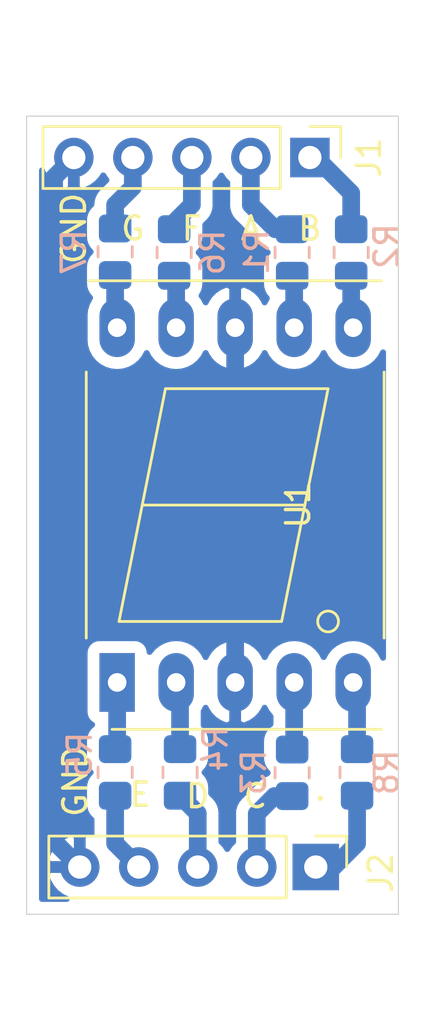
<source format=kicad_pcb>
(kicad_pcb (version 20171130) (host pcbnew 5.99.0+really5.1.10+dfsg1-1)

  (general
    (thickness 1.6)
    (drawings 15)
    (tracks 47)
    (zones 0)
    (modules 11)
    (nets 18)
  )

  (page A4)
  (layers
    (0 F.Cu signal)
    (31 B.Cu signal)
    (32 B.Adhes user)
    (33 F.Adhes user)
    (34 B.Paste user)
    (35 F.Paste user)
    (36 B.SilkS user)
    (37 F.SilkS user)
    (38 B.Mask user)
    (39 F.Mask user)
    (40 Dwgs.User user)
    (41 Cmts.User user)
    (42 Eco1.User user)
    (43 Eco2.User user)
    (44 Edge.Cuts user)
    (45 Margin user)
    (46 B.CrtYd user)
    (47 F.CrtYd user)
    (48 B.Fab user)
    (49 F.Fab user)
  )

  (setup
    (last_trace_width 0.762)
    (trace_clearance 0.508)
    (zone_clearance 0.508)
    (zone_45_only no)
    (trace_min 0.2)
    (via_size 1.8)
    (via_drill 0.6)
    (via_min_size 0.4)
    (via_min_drill 0.3)
    (uvia_size 1.8)
    (uvia_drill 0.6)
    (uvias_allowed no)
    (uvia_min_size 0.2)
    (uvia_min_drill 0.1)
    (edge_width 0.05)
    (segment_width 0.2)
    (pcb_text_width 0.3)
    (pcb_text_size 1.5 1.5)
    (mod_edge_width 0.12)
    (mod_text_size 1 1)
    (mod_text_width 0.15)
    (pad_size 2 2)
    (pad_drill 1)
    (pad_to_mask_clearance 0)
    (aux_axis_origin 0 0)
    (visible_elements FFFFFF7F)
    (pcbplotparams
      (layerselection 0x010fc_ffffffff)
      (usegerberextensions false)
      (usegerberattributes true)
      (usegerberadvancedattributes true)
      (creategerberjobfile true)
      (excludeedgelayer true)
      (linewidth 0.100000)
      (plotframeref false)
      (viasonmask false)
      (mode 1)
      (useauxorigin false)
      (hpglpennumber 1)
      (hpglpenspeed 20)
      (hpglpendiameter 15.000000)
      (psnegative false)
      (psa4output false)
      (plotreference true)
      (plotvalue true)
      (plotinvisibletext false)
      (padsonsilk false)
      (subtractmaskfromsilk false)
      (outputformat 1)
      (mirror false)
      (drillshape 1)
      (scaleselection 1)
      (outputdirectory ""))
  )

  (net 0 "")
  (net 1 GND)
  (net 2 "Net-(R1-Pad1)")
  (net 3 "Net-(R2-Pad1)")
  (net 4 "Net-(R3-Pad1)")
  (net 5 "Net-(R4-Pad1)")
  (net 6 "Net-(R5-Pad1)")
  (net 7 "Net-(R6-Pad1)")
  (net 8 "Net-(R7-Pad1)")
  (net 9 "Net-(R8-Pad1)")
  (net 10 G)
  (net 11 F)
  (net 12 B)
  (net 13 A)
  (net 14 E)
  (net 15 D)
  (net 16 C)
  (net 17 DP)

  (net_class Default "This is the default net class."
    (clearance 0.508)
    (trace_width 0.762)
    (via_dia 1.8)
    (via_drill 0.6)
    (uvia_dia 1.8)
    (uvia_drill 0.6)
    (add_net A)
    (add_net B)
    (add_net C)
    (add_net D)
    (add_net DP)
    (add_net E)
    (add_net F)
    (add_net G)
    (add_net GND)
    (add_net "Net-(R1-Pad1)")
    (add_net "Net-(R2-Pad1)")
    (add_net "Net-(R3-Pad1)")
    (add_net "Net-(R4-Pad1)")
    (add_net "Net-(R5-Pad1)")
    (add_net "Net-(R6-Pad1)")
    (add_net "Net-(R7-Pad1)")
    (add_net "Net-(R8-Pad1)")
  )

  (module Display_7Segment:7SegmentLED_LTS6760_LTS6780 (layer F.Cu) (tedit 5D86971C) (tstamp 626C491C)
    (at 114.894 77.414 90)
    (descr "7-Segment Display, LTS67x0, http://optoelectronics.liteon.com/upload/download/DS30-2001-355/S6760jd.pdf")
    (tags "7Segment LED LTS6760 LTS6780")
    (path /626C855C)
    (fp_text reference U1 (at 7.62 7.788 90) (layer F.SilkS)
      (effects (font (size 1 1) (thickness 0.15)))
    )
    (fp_text value KCSC02-123 (at 7.62 12.58 90) (layer F.Fab)
      (effects (font (size 1 1) (thickness 0.15)))
    )
    (fp_line (start 1.905 -1.33) (end 13.335 -1.33) (layer F.SilkS) (width 0.12))
    (fp_line (start 1.905 11.49) (end 13.335 11.49) (layer F.SilkS) (width 0.12))
    (fp_line (start -2.015 -0.22) (end -2.015 11.38) (layer F.SilkS) (width 0.12))
    (fp_line (start 17.255 11.38) (end 17.255 -1.22) (layer F.SilkS) (width 0.12))
    (fp_line (start -2.16 -1.47) (end -2.16 11.63) (layer F.CrtYd) (width 0.05))
    (fp_line (start 17.4 -1.47) (end 17.4 11.63) (layer F.CrtYd) (width 0.05))
    (fp_line (start -2.16 -1.47) (end 17.4 -1.47) (layer F.CrtYd) (width 0.05))
    (fp_line (start -2.16 11.63) (end 17.4 11.63) (layer F.CrtYd) (width 0.05))
    (fp_line (start -0.905 -1.22) (end -1.905 -0.22) (layer F.Fab) (width 0.1))
    (fp_line (start 17.145 11.38) (end 17.145 -1.22) (layer F.Fab) (width 0.1))
    (fp_line (start -1.905 -0.22) (end -1.905 11.38) (layer F.Fab) (width 0.1))
    (fp_line (start -1.905 11.38) (end 17.145 11.38) (layer F.Fab) (width 0.1))
    (fp_line (start 12.62 2.08) (end 7.62 1.08) (layer F.SilkS) (width 0.12))
    (fp_line (start 7.62 1.08) (end 2.62 0.08) (layer F.SilkS) (width 0.12))
    (fp_line (start 2.62 0.08) (end 2.62 7.08) (layer F.SilkS) (width 0.12))
    (fp_line (start 2.62 7.08) (end 7.62 8.08) (layer F.SilkS) (width 0.12))
    (fp_line (start 12.62 9.08) (end 7.62 8.08) (layer F.SilkS) (width 0.12))
    (fp_line (start 7.62 8.08) (end 7.62 1.08) (layer F.SilkS) (width 0.12))
    (fp_line (start 12.62 2.08) (end 12.62 9.08) (layer F.SilkS) (width 0.12))
    (fp_circle (center 2.62 9.08) (end 3.067214 9.08) (layer F.SilkS) (width 0.12))
    (fp_line (start -0.905 -1.22) (end 17.145 -1.22) (layer F.Fab) (width 0.1))
    (fp_text user %R (at 7.87 5.08 90) (layer F.Fab)
      (effects (font (size 1 1) (thickness 0.15)))
    )
    (pad 1 thru_hole rect (at 0 0) (size 1.524 2.524) (drill 0.8) (layers *.Cu *.Mask)
      (net 6 "Net-(R5-Pad1)"))
    (pad 2 thru_hole oval (at 0 2.54) (size 1.524 2.524) (drill 0.8) (layers *.Cu *.Mask)
      (net 5 "Net-(R4-Pad1)"))
    (pad 3 thru_hole oval (at 0 5.08) (size 1.524 2.524) (drill 0.8) (layers *.Cu *.Mask)
      (net 1 GND))
    (pad 4 thru_hole oval (at 0 7.62) (size 1.524 2.524) (drill 0.8) (layers *.Cu *.Mask)
      (net 4 "Net-(R3-Pad1)"))
    (pad 5 thru_hole oval (at 0 10.16) (size 1.524 2.524) (drill 0.8) (layers *.Cu *.Mask)
      (net 9 "Net-(R8-Pad1)"))
    (pad 6 thru_hole oval (at 15.24 10.16) (size 1.524 2.524) (drill 0.8) (layers *.Cu *.Mask)
      (net 3 "Net-(R2-Pad1)"))
    (pad 7 thru_hole oval (at 15.24 7.62) (size 1.524 2.524) (drill 0.8) (layers *.Cu *.Mask)
      (net 2 "Net-(R1-Pad1)"))
    (pad 8 thru_hole oval (at 15.24 5.08) (size 1.524 2.524) (drill 0.8) (layers *.Cu *.Mask)
      (net 1 GND))
    (pad 9 thru_hole oval (at 15.24 2.54) (size 1.524 2.524) (drill 0.8) (layers *.Cu *.Mask)
      (net 7 "Net-(R6-Pad1)"))
    (pad 10 thru_hole oval (at 15.24 0) (size 1.524 2.524) (drill 0.8) (layers *.Cu *.Mask)
      (net 8 "Net-(R7-Pad1)"))
    (model ${KISYS3DMOD}/Display_7Segment.3dshapes/7SegmentLED_LTS6760_LTS6780.wrl
      (at (xyz 0 0 0))
      (scale (xyz 1 1 1))
      (rotate (xyz 0 0 0))
    )
  )

  (module Resistor_SMD:R_0805_2012Metric_Pad1.20x1.40mm_HandSolder (layer B.Cu) (tedit 5F68FEEE) (tstamp 626C48F8)
    (at 125.222 81.28 270)
    (descr "Resistor SMD 0805 (2012 Metric), square (rectangular) end terminal, IPC_7351 nominal with elongated pad for handsoldering. (Body size source: IPC-SM-782 page 72, https://www.pcb-3d.com/wordpress/wp-content/uploads/ipc-sm-782a_amendment_1_and_2.pdf), generated with kicad-footprint-generator")
    (tags "resistor handsolder")
    (path /626D4188)
    (attr smd)
    (fp_text reference R8 (at 0 -1.27 90) (layer B.SilkS)
      (effects (font (size 1 1) (thickness 0.15)) (justify mirror))
    )
    (fp_text value 330 (at 0 -1.65 90) (layer B.Fab)
      (effects (font (size 1 1) (thickness 0.15)) (justify mirror))
    )
    (fp_line (start 1.85 -0.95) (end -1.85 -0.95) (layer B.CrtYd) (width 0.05))
    (fp_line (start 1.85 0.95) (end 1.85 -0.95) (layer B.CrtYd) (width 0.05))
    (fp_line (start -1.85 0.95) (end 1.85 0.95) (layer B.CrtYd) (width 0.05))
    (fp_line (start -1.85 -0.95) (end -1.85 0.95) (layer B.CrtYd) (width 0.05))
    (fp_line (start -0.227064 -0.735) (end 0.227064 -0.735) (layer B.SilkS) (width 0.12))
    (fp_line (start -0.227064 0.735) (end 0.227064 0.735) (layer B.SilkS) (width 0.12))
    (fp_line (start 1 -0.625) (end -1 -0.625) (layer B.Fab) (width 0.1))
    (fp_line (start 1 0.625) (end 1 -0.625) (layer B.Fab) (width 0.1))
    (fp_line (start -1 0.625) (end 1 0.625) (layer B.Fab) (width 0.1))
    (fp_line (start -1 -0.625) (end -1 0.625) (layer B.Fab) (width 0.1))
    (fp_text user %R (at 0 0 90) (layer B.Fab)
      (effects (font (size 0.5 0.5) (thickness 0.08)) (justify mirror))
    )
    (pad 2 smd roundrect (at 1 0 270) (size 1.2 1.4) (layers B.Cu B.Paste B.Mask) (roundrect_rratio 0.208333)
      (net 17 DP))
    (pad 1 smd roundrect (at -1 0 270) (size 1.2 1.4) (layers B.Cu B.Paste B.Mask) (roundrect_rratio 0.208333)
      (net 9 "Net-(R8-Pad1)"))
    (model ${KISYS3DMOD}/Resistor_SMD.3dshapes/R_0805_2012Metric.wrl
      (at (xyz 0 0 0))
      (scale (xyz 1 1 1))
      (rotate (xyz 0 0 0))
    )
  )

  (module Resistor_SMD:R_0805_2012Metric_Pad1.20x1.40mm_HandSolder (layer B.Cu) (tedit 5F68FEEE) (tstamp 626C48E7)
    (at 114.808 58.912 90)
    (descr "Resistor SMD 0805 (2012 Metric), square (rectangular) end terminal, IPC_7351 nominal with elongated pad for handsoldering. (Body size source: IPC-SM-782 page 72, https://www.pcb-3d.com/wordpress/wp-content/uploads/ipc-sm-782a_amendment_1_and_2.pdf), generated with kicad-footprint-generator")
    (tags "resistor handsolder")
    (path /626D3EC1)
    (attr smd)
    (fp_text reference R7 (at -0.016 -1.778 90) (layer B.SilkS)
      (effects (font (size 1 1) (thickness 0.15)) (justify mirror))
    )
    (fp_text value 330 (at 0 -1.65 90) (layer B.Fab)
      (effects (font (size 1 1) (thickness 0.15)) (justify mirror))
    )
    (fp_line (start 1.85 -0.95) (end -1.85 -0.95) (layer B.CrtYd) (width 0.05))
    (fp_line (start 1.85 0.95) (end 1.85 -0.95) (layer B.CrtYd) (width 0.05))
    (fp_line (start -1.85 0.95) (end 1.85 0.95) (layer B.CrtYd) (width 0.05))
    (fp_line (start -1.85 -0.95) (end -1.85 0.95) (layer B.CrtYd) (width 0.05))
    (fp_line (start -0.227064 -0.735) (end 0.227064 -0.735) (layer B.SilkS) (width 0.12))
    (fp_line (start -0.227064 0.735) (end 0.227064 0.735) (layer B.SilkS) (width 0.12))
    (fp_line (start 1 -0.625) (end -1 -0.625) (layer B.Fab) (width 0.1))
    (fp_line (start 1 0.625) (end 1 -0.625) (layer B.Fab) (width 0.1))
    (fp_line (start -1 0.625) (end 1 0.625) (layer B.Fab) (width 0.1))
    (fp_line (start -1 -0.625) (end -1 0.625) (layer B.Fab) (width 0.1))
    (fp_text user %R (at 0 0 90) (layer B.Fab)
      (effects (font (size 0.5 0.5) (thickness 0.08)) (justify mirror))
    )
    (pad 2 smd roundrect (at 1 0 90) (size 1.2 1.4) (layers B.Cu B.Paste B.Mask) (roundrect_rratio 0.208333)
      (net 10 G))
    (pad 1 smd roundrect (at -1 0 90) (size 1.2 1.4) (layers B.Cu B.Paste B.Mask) (roundrect_rratio 0.208333)
      (net 8 "Net-(R7-Pad1)"))
    (model ${KISYS3DMOD}/Resistor_SMD.3dshapes/R_0805_2012Metric.wrl
      (at (xyz 0 0 0))
      (scale (xyz 1 1 1))
      (rotate (xyz 0 0 0))
    )
  )

  (module Resistor_SMD:R_0805_2012Metric_Pad1.20x1.40mm_HandSolder (layer B.Cu) (tedit 5F68FEEE) (tstamp 626C48D6)
    (at 117.348 58.944 90)
    (descr "Resistor SMD 0805 (2012 Metric), square (rectangular) end terminal, IPC_7351 nominal with elongated pad for handsoldering. (Body size source: IPC-SM-782 page 72, https://www.pcb-3d.com/wordpress/wp-content/uploads/ipc-sm-782a_amendment_1_and_2.pdf), generated with kicad-footprint-generator")
    (tags "resistor handsolder")
    (path /626D3C27)
    (attr smd)
    (fp_text reference R6 (at 0 1.65 90) (layer B.SilkS)
      (effects (font (size 1 1) (thickness 0.15)) (justify mirror))
    )
    (fp_text value 330 (at 0 -1.65 90) (layer B.Fab)
      (effects (font (size 1 1) (thickness 0.15)) (justify mirror))
    )
    (fp_line (start 1.85 -0.95) (end -1.85 -0.95) (layer B.CrtYd) (width 0.05))
    (fp_line (start 1.85 0.95) (end 1.85 -0.95) (layer B.CrtYd) (width 0.05))
    (fp_line (start -1.85 0.95) (end 1.85 0.95) (layer B.CrtYd) (width 0.05))
    (fp_line (start -1.85 -0.95) (end -1.85 0.95) (layer B.CrtYd) (width 0.05))
    (fp_line (start -0.227064 -0.735) (end 0.227064 -0.735) (layer B.SilkS) (width 0.12))
    (fp_line (start -0.227064 0.735) (end 0.227064 0.735) (layer B.SilkS) (width 0.12))
    (fp_line (start 1 -0.625) (end -1 -0.625) (layer B.Fab) (width 0.1))
    (fp_line (start 1 0.625) (end 1 -0.625) (layer B.Fab) (width 0.1))
    (fp_line (start -1 0.625) (end 1 0.625) (layer B.Fab) (width 0.1))
    (fp_line (start -1 -0.625) (end -1 0.625) (layer B.Fab) (width 0.1))
    (fp_text user %R (at 0 0 90) (layer B.Fab)
      (effects (font (size 0.5 0.5) (thickness 0.08)) (justify mirror))
    )
    (pad 2 smd roundrect (at 1 0 90) (size 1.2 1.4) (layers B.Cu B.Paste B.Mask) (roundrect_rratio 0.208333)
      (net 11 F))
    (pad 1 smd roundrect (at -1 0 90) (size 1.2 1.4) (layers B.Cu B.Paste B.Mask) (roundrect_rratio 0.208333)
      (net 7 "Net-(R6-Pad1)"))
    (model ${KISYS3DMOD}/Resistor_SMD.3dshapes/R_0805_2012Metric.wrl
      (at (xyz 0 0 0))
      (scale (xyz 1 1 1))
      (rotate (xyz 0 0 0))
    )
  )

  (module Resistor_SMD:R_0805_2012Metric_Pad1.20x1.40mm_HandSolder (layer B.Cu) (tedit 5F68FEEE) (tstamp 626C48C5)
    (at 114.808 81.28 270)
    (descr "Resistor SMD 0805 (2012 Metric), square (rectangular) end terminal, IPC_7351 nominal with elongated pad for handsoldering. (Body size source: IPC-SM-782 page 72, https://www.pcb-3d.com/wordpress/wp-content/uploads/ipc-sm-782a_amendment_1_and_2.pdf), generated with kicad-footprint-generator")
    (tags "resistor handsolder")
    (path /626D3932)
    (attr smd)
    (fp_text reference R5 (at -0.762 1.524 90) (layer B.SilkS)
      (effects (font (size 1 1) (thickness 0.15)) (justify mirror))
    )
    (fp_text value 330 (at 0 -1.65 90) (layer B.Fab)
      (effects (font (size 1 1) (thickness 0.15)) (justify mirror))
    )
    (fp_line (start 1.85 -0.95) (end -1.85 -0.95) (layer B.CrtYd) (width 0.05))
    (fp_line (start 1.85 0.95) (end 1.85 -0.95) (layer B.CrtYd) (width 0.05))
    (fp_line (start -1.85 0.95) (end 1.85 0.95) (layer B.CrtYd) (width 0.05))
    (fp_line (start -1.85 -0.95) (end -1.85 0.95) (layer B.CrtYd) (width 0.05))
    (fp_line (start -0.227064 -0.735) (end 0.227064 -0.735) (layer B.SilkS) (width 0.12))
    (fp_line (start -0.227064 0.735) (end 0.227064 0.735) (layer B.SilkS) (width 0.12))
    (fp_line (start 1 -0.625) (end -1 -0.625) (layer B.Fab) (width 0.1))
    (fp_line (start 1 0.625) (end 1 -0.625) (layer B.Fab) (width 0.1))
    (fp_line (start -1 0.625) (end 1 0.625) (layer B.Fab) (width 0.1))
    (fp_line (start -1 -0.625) (end -1 0.625) (layer B.Fab) (width 0.1))
    (fp_text user %R (at 0 0 90) (layer B.Fab)
      (effects (font (size 0.5 0.5) (thickness 0.08)) (justify mirror))
    )
    (pad 2 smd roundrect (at 1 0 270) (size 1.2 1.4) (layers B.Cu B.Paste B.Mask) (roundrect_rratio 0.208333)
      (net 14 E))
    (pad 1 smd roundrect (at -1 0 270) (size 1.2 1.4) (layers B.Cu B.Paste B.Mask) (roundrect_rratio 0.208333)
      (net 6 "Net-(R5-Pad1)"))
    (model ${KISYS3DMOD}/Resistor_SMD.3dshapes/R_0805_2012Metric.wrl
      (at (xyz 0 0 0))
      (scale (xyz 1 1 1))
      (rotate (xyz 0 0 0))
    )
  )

  (module Resistor_SMD:R_0805_2012Metric_Pad1.20x1.40mm_HandSolder (layer B.Cu) (tedit 5F68FEEE) (tstamp 626C48B4)
    (at 117.602 81.28 270)
    (descr "Resistor SMD 0805 (2012 Metric), square (rectangular) end terminal, IPC_7351 nominal with elongated pad for handsoldering. (Body size source: IPC-SM-782 page 72, https://www.pcb-3d.com/wordpress/wp-content/uploads/ipc-sm-782a_amendment_1_and_2.pdf), generated with kicad-footprint-generator")
    (tags "resistor handsolder")
    (path /626D36D3)
    (attr smd)
    (fp_text reference R4 (at -1.016 -1.524 90) (layer B.SilkS)
      (effects (font (size 1 1) (thickness 0.15)) (justify mirror))
    )
    (fp_text value 330 (at 0 -1.65 90) (layer B.Fab)
      (effects (font (size 1 1) (thickness 0.15)) (justify mirror))
    )
    (fp_line (start 1.85 -0.95) (end -1.85 -0.95) (layer B.CrtYd) (width 0.05))
    (fp_line (start 1.85 0.95) (end 1.85 -0.95) (layer B.CrtYd) (width 0.05))
    (fp_line (start -1.85 0.95) (end 1.85 0.95) (layer B.CrtYd) (width 0.05))
    (fp_line (start -1.85 -0.95) (end -1.85 0.95) (layer B.CrtYd) (width 0.05))
    (fp_line (start -0.227064 -0.735) (end 0.227064 -0.735) (layer B.SilkS) (width 0.12))
    (fp_line (start -0.227064 0.735) (end 0.227064 0.735) (layer B.SilkS) (width 0.12))
    (fp_line (start 1 -0.625) (end -1 -0.625) (layer B.Fab) (width 0.1))
    (fp_line (start 1 0.625) (end 1 -0.625) (layer B.Fab) (width 0.1))
    (fp_line (start -1 0.625) (end 1 0.625) (layer B.Fab) (width 0.1))
    (fp_line (start -1 -0.625) (end -1 0.625) (layer B.Fab) (width 0.1))
    (fp_text user %R (at 0 0 90) (layer B.Fab)
      (effects (font (size 0.5 0.5) (thickness 0.08)) (justify mirror))
    )
    (pad 2 smd roundrect (at 1 0 270) (size 1.2 1.4) (layers B.Cu B.Paste B.Mask) (roundrect_rratio 0.208333)
      (net 15 D))
    (pad 1 smd roundrect (at -1 0 270) (size 1.2 1.4) (layers B.Cu B.Paste B.Mask) (roundrect_rratio 0.208333)
      (net 5 "Net-(R4-Pad1)"))
    (model ${KISYS3DMOD}/Resistor_SMD.3dshapes/R_0805_2012Metric.wrl
      (at (xyz 0 0 0))
      (scale (xyz 1 1 1))
      (rotate (xyz 0 0 0))
    )
  )

  (module Resistor_SMD:R_0805_2012Metric_Pad1.20x1.40mm_HandSolder (layer B.Cu) (tedit 5F68FEEE) (tstamp 626C48A3)
    (at 122.428 81.296 270)
    (descr "Resistor SMD 0805 (2012 Metric), square (rectangular) end terminal, IPC_7351 nominal with elongated pad for handsoldering. (Body size source: IPC-SM-782 page 72, https://www.pcb-3d.com/wordpress/wp-content/uploads/ipc-sm-782a_amendment_1_and_2.pdf), generated with kicad-footprint-generator")
    (tags "resistor handsolder")
    (path /626D33BF)
    (attr smd)
    (fp_text reference R3 (at -0.016 1.65 90) (layer B.SilkS)
      (effects (font (size 1 1) (thickness 0.15)) (justify mirror))
    )
    (fp_text value 330 (at 0 -1.65 90) (layer B.Fab)
      (effects (font (size 1 1) (thickness 0.15)) (justify mirror))
    )
    (fp_line (start 1.85 -0.95) (end -1.85 -0.95) (layer B.CrtYd) (width 0.05))
    (fp_line (start 1.85 0.95) (end 1.85 -0.95) (layer B.CrtYd) (width 0.05))
    (fp_line (start -1.85 0.95) (end 1.85 0.95) (layer B.CrtYd) (width 0.05))
    (fp_line (start -1.85 -0.95) (end -1.85 0.95) (layer B.CrtYd) (width 0.05))
    (fp_line (start -0.227064 -0.735) (end 0.227064 -0.735) (layer B.SilkS) (width 0.12))
    (fp_line (start -0.227064 0.735) (end 0.227064 0.735) (layer B.SilkS) (width 0.12))
    (fp_line (start 1 -0.625) (end -1 -0.625) (layer B.Fab) (width 0.1))
    (fp_line (start 1 0.625) (end 1 -0.625) (layer B.Fab) (width 0.1))
    (fp_line (start -1 0.625) (end 1 0.625) (layer B.Fab) (width 0.1))
    (fp_line (start -1 -0.625) (end -1 0.625) (layer B.Fab) (width 0.1))
    (fp_text user %R (at 0 0 90) (layer B.Fab)
      (effects (font (size 0.5 0.5) (thickness 0.08)) (justify mirror))
    )
    (pad 2 smd roundrect (at 1 0 270) (size 1.2 1.4) (layers B.Cu B.Paste B.Mask) (roundrect_rratio 0.208333)
      (net 16 C))
    (pad 1 smd roundrect (at -1 0 270) (size 1.2 1.4) (layers B.Cu B.Paste B.Mask) (roundrect_rratio 0.208333)
      (net 4 "Net-(R3-Pad1)"))
    (model ${KISYS3DMOD}/Resistor_SMD.3dshapes/R_0805_2012Metric.wrl
      (at (xyz 0 0 0))
      (scale (xyz 1 1 1))
      (rotate (xyz 0 0 0))
    )
  )

  (module Resistor_SMD:R_0805_2012Metric_Pad1.20x1.40mm_HandSolder (layer B.Cu) (tedit 5F68FEEE) (tstamp 626C4E4C)
    (at 124.968 58.944 90)
    (descr "Resistor SMD 0805 (2012 Metric), square (rectangular) end terminal, IPC_7351 nominal with elongated pad for handsoldering. (Body size source: IPC-SM-782 page 72, https://www.pcb-3d.com/wordpress/wp-content/uploads/ipc-sm-782a_amendment_1_and_2.pdf), generated with kicad-footprint-generator")
    (tags "resistor handsolder")
    (path /626D2FC3)
    (attr smd)
    (fp_text reference R2 (at 0.27 1.524 90) (layer B.SilkS)
      (effects (font (size 1 1) (thickness 0.15)) (justify mirror))
    )
    (fp_text value 330 (at 0 -1.65 90) (layer B.Fab)
      (effects (font (size 1 1) (thickness 0.15)) (justify mirror))
    )
    (fp_line (start 1.85 -0.95) (end -1.85 -0.95) (layer B.CrtYd) (width 0.05))
    (fp_line (start 1.85 0.95) (end 1.85 -0.95) (layer B.CrtYd) (width 0.05))
    (fp_line (start -1.85 0.95) (end 1.85 0.95) (layer B.CrtYd) (width 0.05))
    (fp_line (start -1.85 -0.95) (end -1.85 0.95) (layer B.CrtYd) (width 0.05))
    (fp_line (start -0.227064 -0.735) (end 0.227064 -0.735) (layer B.SilkS) (width 0.12))
    (fp_line (start -0.227064 0.735) (end 0.227064 0.735) (layer B.SilkS) (width 0.12))
    (fp_line (start 1 -0.625) (end -1 -0.625) (layer B.Fab) (width 0.1))
    (fp_line (start 1 0.625) (end 1 -0.625) (layer B.Fab) (width 0.1))
    (fp_line (start -1 0.625) (end 1 0.625) (layer B.Fab) (width 0.1))
    (fp_line (start -1 -0.625) (end -1 0.625) (layer B.Fab) (width 0.1))
    (fp_text user %R (at 0 0 90) (layer B.Fab)
      (effects (font (size 0.5 0.5) (thickness 0.08)) (justify mirror))
    )
    (pad 2 smd roundrect (at 1 0 90) (size 1.2 1.4) (layers B.Cu B.Paste B.Mask) (roundrect_rratio 0.208333)
      (net 12 B))
    (pad 1 smd roundrect (at -1 0 90) (size 1.2 1.4) (layers B.Cu B.Paste B.Mask) (roundrect_rratio 0.208333)
      (net 3 "Net-(R2-Pad1)"))
    (model ${KISYS3DMOD}/Resistor_SMD.3dshapes/R_0805_2012Metric.wrl
      (at (xyz 0 0 0))
      (scale (xyz 1 1 1))
      (rotate (xyz 0 0 0))
    )
  )

  (module Resistor_SMD:R_0805_2012Metric_Pad1.20x1.40mm_HandSolder (layer B.Cu) (tedit 5F68FEEE) (tstamp 626C4881)
    (at 122.428 58.944 90)
    (descr "Resistor SMD 0805 (2012 Metric), square (rectangular) end terminal, IPC_7351 nominal with elongated pad for handsoldering. (Body size source: IPC-SM-782 page 72, https://www.pcb-3d.com/wordpress/wp-content/uploads/ipc-sm-782a_amendment_1_and_2.pdf), generated with kicad-footprint-generator")
    (tags "resistor handsolder")
    (path /626CD3F2)
    (attr smd)
    (fp_text reference R1 (at 0.016 -1.524 90) (layer B.SilkS)
      (effects (font (size 1 1) (thickness 0.15)) (justify mirror))
    )
    (fp_text value 330 (at 0 -1.65 90) (layer B.Fab)
      (effects (font (size 1 1) (thickness 0.15)) (justify mirror))
    )
    (fp_line (start 1.85 -0.95) (end -1.85 -0.95) (layer B.CrtYd) (width 0.05))
    (fp_line (start 1.85 0.95) (end 1.85 -0.95) (layer B.CrtYd) (width 0.05))
    (fp_line (start -1.85 0.95) (end 1.85 0.95) (layer B.CrtYd) (width 0.05))
    (fp_line (start -1.85 -0.95) (end -1.85 0.95) (layer B.CrtYd) (width 0.05))
    (fp_line (start -0.227064 -0.735) (end 0.227064 -0.735) (layer B.SilkS) (width 0.12))
    (fp_line (start -0.227064 0.735) (end 0.227064 0.735) (layer B.SilkS) (width 0.12))
    (fp_line (start 1 -0.625) (end -1 -0.625) (layer B.Fab) (width 0.1))
    (fp_line (start 1 0.625) (end 1 -0.625) (layer B.Fab) (width 0.1))
    (fp_line (start -1 0.625) (end 1 0.625) (layer B.Fab) (width 0.1))
    (fp_line (start -1 -0.625) (end -1 0.625) (layer B.Fab) (width 0.1))
    (fp_text user %R (at 0 0 90) (layer B.Fab)
      (effects (font (size 0.5 0.5) (thickness 0.08)) (justify mirror))
    )
    (pad 2 smd roundrect (at 1 0 90) (size 1.2 1.4) (layers B.Cu B.Paste B.Mask) (roundrect_rratio 0.208333)
      (net 13 A))
    (pad 1 smd roundrect (at -1 0 90) (size 1.2 1.4) (layers B.Cu B.Paste B.Mask) (roundrect_rratio 0.208333)
      (net 2 "Net-(R1-Pad1)"))
    (model ${KISYS3DMOD}/Resistor_SMD.3dshapes/R_0805_2012Metric.wrl
      (at (xyz 0 0 0))
      (scale (xyz 1 1 1))
      (rotate (xyz 0 0 0))
    )
  )

  (module Connector_PinHeader_2.54mm:PinHeader_1x05_P2.54mm_Vertical (layer F.Cu) (tedit 626C2A86) (tstamp 626C4584)
    (at 123.444 85.344 270)
    (descr "Through hole straight pin header, 1x05, 2.54mm pitch, single row")
    (tags "Through hole pin header THT 1x05 2.54mm single row")
    (path /626ED811)
    (fp_text reference J2 (at 0.254 -2.794 90) (layer F.SilkS)
      (effects (font (size 1 1) (thickness 0.15)))
    )
    (fp_text value Conn_01x05_Male (at 0 12.49 90) (layer F.Fab)
      (effects (font (size 1 1) (thickness 0.15)))
    )
    (fp_line (start 1.8 -1.8) (end -1.8 -1.8) (layer F.CrtYd) (width 0.05))
    (fp_line (start 1.8 11.95) (end 1.8 -1.8) (layer F.CrtYd) (width 0.05))
    (fp_line (start -1.8 11.95) (end 1.8 11.95) (layer F.CrtYd) (width 0.05))
    (fp_line (start -1.8 -1.8) (end -1.8 11.95) (layer F.CrtYd) (width 0.05))
    (fp_line (start -1.33 -1.33) (end 0 -1.33) (layer F.SilkS) (width 0.12))
    (fp_line (start -1.33 0) (end -1.33 -1.33) (layer F.SilkS) (width 0.12))
    (fp_line (start -1.33 1.27) (end 1.33 1.27) (layer F.SilkS) (width 0.12))
    (fp_line (start 1.33 1.27) (end 1.33 11.49) (layer F.SilkS) (width 0.12))
    (fp_line (start -1.33 1.27) (end -1.33 11.49) (layer F.SilkS) (width 0.12))
    (fp_line (start -1.33 11.49) (end 1.33 11.49) (layer F.SilkS) (width 0.12))
    (fp_line (start -1.27 -0.635) (end -0.635 -1.27) (layer F.Fab) (width 0.1))
    (fp_line (start -1.27 11.43) (end -1.27 -0.635) (layer F.Fab) (width 0.1))
    (fp_line (start 1.27 11.43) (end -1.27 11.43) (layer F.Fab) (width 0.1))
    (fp_line (start 1.27 -1.27) (end 1.27 11.43) (layer F.Fab) (width 0.1))
    (fp_line (start -0.635 -1.27) (end 1.27 -1.27) (layer F.Fab) (width 0.1))
    (fp_text user %R (at 0 5.08) (layer F.Fab)
      (effects (font (size 1 1) (thickness 0.15)))
    )
    (pad 5 thru_hole oval (at 0 10.16 270) (size 1.7 1.7) (drill 1) (layers *.Cu *.Mask)
      (net 1 GND))
    (pad 4 thru_hole oval (at 0 7.62 270) (size 1.7 1.7) (drill 1) (layers *.Cu *.Mask)
      (net 14 E))
    (pad 3 thru_hole oval (at 0 5.08 270) (size 1.7 1.7) (drill 1) (layers *.Cu *.Mask)
      (net 15 D))
    (pad 2 thru_hole oval (at 0 2.54 270) (size 1.7 1.7) (drill 1) (layers *.Cu *.Mask)
      (net 16 C))
    (pad 1 thru_hole rect (at 0 0 270) (size 2 2) (drill 1) (layers *.Cu *.Mask)
      (net 17 DP))
    (model ${KISYS3DMOD}/Connector_PinHeader_2.54mm.3dshapes/PinHeader_1x05_P2.54mm_Vertical.wrl
      (at (xyz 0 0 0))
      (scale (xyz 1 1 1))
      (rotate (xyz 0 0 0))
    )
  )

  (module Connector_PinHeader_2.54mm:PinHeader_1x05_P2.54mm_Vertical (layer F.Cu) (tedit 59FED5CC) (tstamp 626C456B)
    (at 123.19 54.864 270)
    (descr "Through hole straight pin header, 1x05, 2.54mm pitch, single row")
    (tags "Through hole pin header THT 1x05 2.54mm single row")
    (path /626EB930)
    (fp_text reference J1 (at 0 -2.54 90) (layer F.SilkS)
      (effects (font (size 1 1) (thickness 0.15)))
    )
    (fp_text value Conn_01x05_Male (at 0 12.49 90) (layer F.Fab)
      (effects (font (size 1 1) (thickness 0.15)))
    )
    (fp_line (start 1.8 -1.8) (end -1.8 -1.8) (layer F.CrtYd) (width 0.05))
    (fp_line (start 1.8 11.95) (end 1.8 -1.8) (layer F.CrtYd) (width 0.05))
    (fp_line (start -1.8 11.95) (end 1.8 11.95) (layer F.CrtYd) (width 0.05))
    (fp_line (start -1.8 -1.8) (end -1.8 11.95) (layer F.CrtYd) (width 0.05))
    (fp_line (start -1.33 -1.33) (end 0 -1.33) (layer F.SilkS) (width 0.12))
    (fp_line (start -1.33 0) (end -1.33 -1.33) (layer F.SilkS) (width 0.12))
    (fp_line (start -1.33 1.27) (end 1.33 1.27) (layer F.SilkS) (width 0.12))
    (fp_line (start 1.33 1.27) (end 1.33 11.49) (layer F.SilkS) (width 0.12))
    (fp_line (start -1.33 1.27) (end -1.33 11.49) (layer F.SilkS) (width 0.12))
    (fp_line (start -1.33 11.49) (end 1.33 11.49) (layer F.SilkS) (width 0.12))
    (fp_line (start -1.27 -0.635) (end -0.635 -1.27) (layer F.Fab) (width 0.1))
    (fp_line (start -1.27 11.43) (end -1.27 -0.635) (layer F.Fab) (width 0.1))
    (fp_line (start 1.27 11.43) (end -1.27 11.43) (layer F.Fab) (width 0.1))
    (fp_line (start 1.27 -1.27) (end 1.27 11.43) (layer F.Fab) (width 0.1))
    (fp_line (start -0.635 -1.27) (end 1.27 -1.27) (layer F.Fab) (width 0.1))
    (fp_text user %R (at 0 5.08) (layer F.Fab)
      (effects (font (size 1 1) (thickness 0.15)))
    )
    (pad 5 thru_hole oval (at 0 10.16 270) (size 1.7 1.7) (drill 1) (layers *.Cu *.Mask)
      (net 1 GND))
    (pad 4 thru_hole oval (at 0 7.62 270) (size 1.7 1.7) (drill 1) (layers *.Cu *.Mask)
      (net 10 G))
    (pad 3 thru_hole oval (at 0 5.08 270) (size 1.7 1.7) (drill 1) (layers *.Cu *.Mask)
      (net 11 F))
    (pad 2 thru_hole oval (at 0 2.54 270) (size 1.7 1.7) (drill 1) (layers *.Cu *.Mask)
      (net 13 A))
    (pad 1 thru_hole rect (at 0 0 270) (size 1.7 1.7) (drill 1) (layers *.Cu *.Mask)
      (net 12 B))
    (model ${KISYS3DMOD}/Connector_PinHeader_2.54mm.3dshapes/PinHeader_1x05_P2.54mm_Vertical.wrl
      (at (xyz 0 0 0))
      (scale (xyz 1 1 1))
      (rotate (xyz 0 0 0))
    )
  )

  (gr_text GND (at 113.0935 81.661 90) (layer F.SilkS) (tstamp 626FE912)
    (effects (font (size 1 1) (thickness 0.15)))
  )
  (gr_text E (at 115.8875 82.2325) (layer F.SilkS) (tstamp 626FE912)
    (effects (font (size 1 1) (thickness 0.15)))
  )
  (gr_text D (at 118.364 82.296) (layer F.SilkS) (tstamp 626FE912)
    (effects (font (size 1 1) (thickness 0.15)))
  )
  (gr_text C (at 120.8405 82.296) (layer F.SilkS) (tstamp 626FE912)
    (effects (font (size 1 1) (thickness 0.15)))
  )
  (gr_text . (at 123.6345 81.9785) (layer F.SilkS) (tstamp 626FE912)
    (effects (font (size 1 1) (thickness 0.15)))
  )
  (gr_text GND (at 113.03 57.912 90) (layer F.SilkS) (tstamp 626FE912)
    (effects (font (size 1 1) (thickness 0.15)))
  )
  (gr_text G (at 115.57 57.912) (layer F.SilkS) (tstamp 626FE912)
    (effects (font (size 1 1) (thickness 0.15)))
  )
  (gr_text F (at 118.11 57.912) (layer F.SilkS) (tstamp 626FE912)
    (effects (font (size 1 1) (thickness 0.15)))
  )
  (gr_text B (at 123.19 57.912) (layer F.SilkS) (tstamp 626FE912)
    (effects (font (size 1 1) (thickness 0.15)))
  )
  (gr_line (start 111.252 87.376) (end 110.998 87.376) (layer Edge.Cuts) (width 0.05) (tstamp 626FE818))
  (gr_line (start 110.998 53.086) (end 110.998 87.376) (layer Edge.Cuts) (width 0.05) (tstamp 626FE817))
  (gr_line (start 127 53.086) (end 110.998 53.086) (layer Edge.Cuts) (width 0.05))
  (gr_line (start 127 87.376) (end 127 53.086) (layer Edge.Cuts) (width 0.05))
  (gr_line (start 111.252 87.376) (end 127 87.376) (layer Edge.Cuts) (width 0.05))
  (gr_text A (at 120.65 57.912) (layer F.SilkS)
    (effects (font (size 1 1) (thickness 0.15)))
  )

  (segment (start 119.974 69.764) (end 112.182 69.764) (width 0.762) (layer B.Cu) (net 1))
  (segment (start 119.974 77.414) (end 119.974 69.764) (width 0.762) (layer B.Cu) (net 1))
  (segment (start 119.974 69.764) (end 119.974 62.174) (width 0.762) (layer B.Cu) (net 1))
  (segment (start 112.182 84.242) (end 112.182 69.764) (width 0.762) (layer B.Cu) (net 1))
  (segment (start 113.284 85.344) (end 112.182 84.242) (width 0.762) (layer B.Cu) (net 1))
  (segment (start 112.182 55.712) (end 113.03 54.864) (width 0.762) (layer B.Cu) (net 1))
  (segment (start 112.182 69.764) (end 112.182 55.712) (width 0.762) (layer B.Cu) (net 1))
  (segment (start 122.514 60.03) (end 122.428 59.944) (width 0.762) (layer B.Cu) (net 2))
  (segment (start 122.514 62.174) (end 122.514 60.03) (width 0.762) (layer B.Cu) (net 2))
  (segment (start 124.968 62.088) (end 125.054 62.174) (width 0.762) (layer B.Cu) (net 3))
  (segment (start 124.968 59.944) (end 124.968 62.088) (width 0.762) (layer B.Cu) (net 3))
  (segment (start 122.514 80.21) (end 122.428 80.296) (width 0.762) (layer B.Cu) (net 4))
  (segment (start 122.514 77.414) (end 122.514 80.21) (width 0.762) (layer B.Cu) (net 4))
  (segment (start 117.602 77.582) (end 117.434 77.414) (width 0.762) (layer B.Cu) (net 5))
  (segment (start 117.602 80.28) (end 117.602 77.582) (width 0.762) (layer B.Cu) (net 5))
  (segment (start 114.894 80.194) (end 114.808 80.28) (width 0.762) (layer B.Cu) (net 6))
  (segment (start 114.894 77.414) (end 114.894 80.194) (width 0.762) (layer B.Cu) (net 6))
  (segment (start 117.348 62.088) (end 117.434 62.174) (width 0.762) (layer B.Cu) (net 7))
  (segment (start 117.434 60.03) (end 117.348 59.944) (width 0.762) (layer B.Cu) (net 7))
  (segment (start 117.434 62.174) (end 117.434 60.03) (width 0.762) (layer B.Cu) (net 7))
  (segment (start 114.894 59.998) (end 114.808 59.912) (width 0.762) (layer B.Cu) (net 8))
  (segment (start 114.808 62.088) (end 114.894 62.174) (width 0.762) (layer B.Cu) (net 8))
  (segment (start 114.808 59.912) (end 114.808 62.088) (width 0.762) (layer B.Cu) (net 8))
  (segment (start 125.222 77.582) (end 125.054 77.414) (width 0.762) (layer B.Cu) (net 9))
  (segment (start 125.222 80.28) (end 125.222 77.582) (width 0.762) (layer B.Cu) (net 9))
  (segment (start 114.808 57.912) (end 114.808 56.896) (width 0.762) (layer B.Cu) (net 10))
  (segment (start 114.808 56.896) (end 115.57 56.134) (width 0.762) (layer B.Cu) (net 10))
  (segment (start 115.57 56.134) (end 115.57 54.864) (width 0.762) (layer B.Cu) (net 10))
  (segment (start 117.348 57.944) (end 117.348 57.658) (width 0.762) (layer B.Cu) (net 11))
  (segment (start 118.11 56.896) (end 118.11 54.864) (width 0.762) (layer B.Cu) (net 11))
  (segment (start 117.348 57.658) (end 118.11 56.896) (width 0.762) (layer B.Cu) (net 11))
  (segment (start 123.19 54.864) (end 123.444 54.864) (width 0.762) (layer B.Cu) (net 12))
  (segment (start 124.968 56.388) (end 124.968 57.944) (width 0.762) (layer B.Cu) (net 12))
  (segment (start 123.444 54.864) (end 124.968 56.388) (width 0.762) (layer B.Cu) (net 12))
  (segment (start 120.65 54.864) (end 120.65 56.896) (width 0.762) (layer B.Cu) (net 13))
  (segment (start 121.698 57.944) (end 122.428 57.944) (width 0.762) (layer B.Cu) (net 13))
  (segment (start 120.65 56.896) (end 121.698 57.944) (width 0.762) (layer B.Cu) (net 13))
  (segment (start 114.808 84.328) (end 115.824 85.344) (width 0.762) (layer B.Cu) (net 14))
  (segment (start 114.808 82.28) (end 114.808 84.328) (width 0.762) (layer B.Cu) (net 14))
  (segment (start 118.364 83.042) (end 117.602 82.28) (width 0.762) (layer B.Cu) (net 15))
  (segment (start 118.364 85.344) (end 118.364 83.042) (width 0.762) (layer B.Cu) (net 15))
  (segment (start 120.904 85.344) (end 120.904 83.058) (width 0.762) (layer B.Cu) (net 16))
  (segment (start 121.666 82.296) (end 122.428 82.296) (width 0.762) (layer B.Cu) (net 16))
  (segment (start 120.904 83.058) (end 121.666 82.296) (width 0.762) (layer B.Cu) (net 16))
  (segment (start 123.444 85.344) (end 124.206 85.344) (width 0.762) (layer B.Cu) (net 17))
  (segment (start 125.222 84.328) (end 125.222 82.28) (width 0.762) (layer B.Cu) (net 17))
  (segment (start 124.206 85.344) (end 125.222 84.328) (width 0.762) (layer B.Cu) (net 17))

  (zone (net 1) (net_name GND) (layer B.Cu) (tstamp 0) (hatch edge 0.508)
    (connect_pads (clearance 0.508))
    (min_thickness 0.254)
    (fill yes (arc_segments 32) (thermal_gap 0.508) (thermal_bridge_width 0.508))
    (polygon
      (pts
        (xy 127 87.376) (xy 110.998 87.376) (xy 110.998 53.086) (xy 127 53.086)
      )
    )
    (filled_polygon
      (pts
        (xy 113.157 54.737) (xy 113.177 54.737) (xy 113.177 54.991) (xy 113.157 54.991) (xy 113.157 56.184155)
        (xy 113.38689 56.305476) (xy 113.534099 56.260825) (xy 113.79692 56.135641) (xy 114.030269 55.961588) (xy 114.225178 55.745355)
        (xy 114.294805 55.628466) (xy 114.416525 55.810632) (xy 114.436526 55.830633) (xy 114.124867 56.142292) (xy 114.086105 56.174104)
        (xy 113.959141 56.32881) (xy 113.927504 56.387999) (xy 113.864799 56.505313) (xy 113.806702 56.69683) (xy 113.788026 56.886449)
        (xy 113.730038 56.934038) (xy 113.619595 57.068613) (xy 113.537528 57.222149) (xy 113.486992 57.388745) (xy 113.469928 57.561999)
        (xy 113.469928 58.262001) (xy 113.486992 58.435255) (xy 113.537528 58.601851) (xy 113.619595 58.755387) (xy 113.730038 58.889962)
        (xy 113.756891 58.912) (xy 113.730038 58.934038) (xy 113.619595 59.068613) (xy 113.537528 59.222149) (xy 113.486992 59.388745)
        (xy 113.469928 59.561999) (xy 113.469928 60.262001) (xy 113.486992 60.435255) (xy 113.537528 60.601851) (xy 113.619595 60.755387)
        (xy 113.730038 60.889962) (xy 113.730149 60.890053) (xy 113.726817 60.894114) (xy 113.597096 61.136806) (xy 113.517214 61.400141)
        (xy 113.497 61.605376) (xy 113.497 62.742625) (xy 113.517214 62.94786) (xy 113.597096 63.211195) (xy 113.726817 63.453887)
        (xy 113.901393 63.666608) (xy 114.114114 63.841183) (xy 114.356806 63.970904) (xy 114.620141 64.050786) (xy 114.894 64.077759)
        (xy 115.16786 64.050786) (xy 115.431195 63.970904) (xy 115.673887 63.841183) (xy 115.886608 63.666608) (xy 116.061183 63.453887)
        (xy 116.164 63.261529) (xy 116.266817 63.453887) (xy 116.441393 63.666608) (xy 116.654114 63.841183) (xy 116.896806 63.970904)
        (xy 117.160141 64.050786) (xy 117.434 64.077759) (xy 117.70786 64.050786) (xy 117.971195 63.970904) (xy 118.213887 63.841183)
        (xy 118.426608 63.666608) (xy 118.601183 63.453887) (xy 118.705038 63.259587) (xy 118.731941 63.325942) (xy 118.882994 63.555729)
        (xy 119.075974 63.751632) (xy 119.303465 63.906122) (xy 119.556724 64.013262) (xy 119.63093 64.02822) (xy 119.847 63.90572)
        (xy 119.847 62.301) (xy 119.827 62.301) (xy 119.827 62.047) (xy 119.847 62.047) (xy 119.847 60.44228)
        (xy 119.63093 60.31978) (xy 119.556724 60.334738) (xy 119.303465 60.441878) (xy 119.075974 60.596368) (xy 118.882994 60.792271)
        (xy 118.731941 61.022058) (xy 118.705038 61.088413) (xy 118.601183 60.894113) (xy 118.525 60.801284) (xy 118.536405 60.787387)
        (xy 118.618472 60.633851) (xy 118.669008 60.467255) (xy 118.686072 60.294001) (xy 118.686072 59.593999) (xy 118.669008 59.420745)
        (xy 118.618472 59.254149) (xy 118.536405 59.100613) (xy 118.425962 58.966038) (xy 118.399109 58.944) (xy 118.425962 58.921962)
        (xy 118.536405 58.787387) (xy 118.618472 58.633851) (xy 118.669008 58.467255) (xy 118.686072 58.294001) (xy 118.686072 57.756769)
        (xy 118.793135 57.649706) (xy 118.831896 57.617896) (xy 118.95886 57.46319) (xy 119.053202 57.286687) (xy 119.111298 57.095171)
        (xy 119.126 56.945902) (xy 119.126 56.945901) (xy 119.130915 56.896) (xy 119.126 56.846098) (xy 119.126 55.948107)
        (xy 119.263475 55.810632) (xy 119.38 55.63624) (xy 119.496525 55.810632) (xy 119.634001 55.948108) (xy 119.634001 56.846089)
        (xy 119.629085 56.896) (xy 119.648702 57.09517) (xy 119.691684 57.236859) (xy 119.706799 57.286687) (xy 119.801141 57.46319)
        (xy 119.928105 57.617896) (xy 119.966866 57.649706) (xy 120.944292 58.627133) (xy 120.976104 58.665896) (xy 121.13081 58.79286)
        (xy 121.307313 58.887202) (xy 121.326217 58.892937) (xy 121.350038 58.921962) (xy 121.376891 58.944) (xy 121.350038 58.966038)
        (xy 121.239595 59.100613) (xy 121.157528 59.254149) (xy 121.106992 59.420745) (xy 121.089928 59.593999) (xy 121.089928 60.294001)
        (xy 121.106992 60.467255) (xy 121.157528 60.633851) (xy 121.239595 60.787387) (xy 121.339073 60.908601) (xy 121.242962 61.088414)
        (xy 121.216059 61.022058) (xy 121.065006 60.792271) (xy 120.872026 60.596368) (xy 120.644535 60.441878) (xy 120.391276 60.334738)
        (xy 120.31707 60.31978) (xy 120.101 60.44228) (xy 120.101 62.047) (xy 120.121 62.047) (xy 120.121 62.301)
        (xy 120.101 62.301) (xy 120.101 63.90572) (xy 120.31707 64.02822) (xy 120.391276 64.013262) (xy 120.644535 63.906122)
        (xy 120.872026 63.751632) (xy 121.065006 63.555729) (xy 121.216059 63.325942) (xy 121.242962 63.259587) (xy 121.346817 63.453887)
        (xy 121.521393 63.666608) (xy 121.734114 63.841183) (xy 121.976806 63.970904) (xy 122.240141 64.050786) (xy 122.514 64.077759)
        (xy 122.78786 64.050786) (xy 123.051195 63.970904) (xy 123.293887 63.841183) (xy 123.506608 63.666608) (xy 123.681183 63.453887)
        (xy 123.784 63.261529) (xy 123.886817 63.453887) (xy 124.061393 63.666608) (xy 124.274114 63.841183) (xy 124.516806 63.970904)
        (xy 124.780141 64.050786) (xy 125.054 64.077759) (xy 125.32786 64.050786) (xy 125.591195 63.970904) (xy 125.833887 63.841183)
        (xy 126.046608 63.666608) (xy 126.221183 63.453887) (xy 126.340001 63.231594) (xy 126.34 76.356406) (xy 126.221183 76.134113)
        (xy 126.046607 75.921392) (xy 125.833886 75.746817) (xy 125.591194 75.617096) (xy 125.327859 75.537214) (xy 125.054 75.510241)
        (xy 124.78014 75.537214) (xy 124.516805 75.617096) (xy 124.274113 75.746817) (xy 124.061392 75.921393) (xy 123.886817 76.134114)
        (xy 123.784 76.326471) (xy 123.681183 76.134113) (xy 123.506607 75.921392) (xy 123.293886 75.746817) (xy 123.051194 75.617096)
        (xy 122.787859 75.537214) (xy 122.514 75.510241) (xy 122.24014 75.537214) (xy 121.976805 75.617096) (xy 121.734113 75.746817)
        (xy 121.521392 75.921393) (xy 121.346817 76.134114) (xy 121.242962 76.328414) (xy 121.216059 76.262058) (xy 121.065006 76.032271)
        (xy 120.872026 75.836368) (xy 120.644535 75.681878) (xy 120.391276 75.574738) (xy 120.31707 75.55978) (xy 120.101 75.68228)
        (xy 120.101 77.287) (xy 120.121 77.287) (xy 120.121 77.541) (xy 120.101 77.541) (xy 120.101 79.14572)
        (xy 120.31707 79.26822) (xy 120.391276 79.253262) (xy 120.644535 79.146122) (xy 120.872026 78.991632) (xy 121.065006 78.795729)
        (xy 121.216059 78.565942) (xy 121.242962 78.499587) (xy 121.346817 78.693887) (xy 121.498001 78.878104) (xy 121.498001 79.200439)
        (xy 121.484613 79.207595) (xy 121.350038 79.318038) (xy 121.239595 79.452613) (xy 121.157528 79.606149) (xy 121.106992 79.772745)
        (xy 121.089928 79.945999) (xy 121.089928 80.646001) (xy 121.106992 80.819255) (xy 121.157528 80.985851) (xy 121.239595 81.139387)
        (xy 121.350038 81.273962) (xy 121.376891 81.296) (xy 121.350038 81.318038) (xy 121.336825 81.334139) (xy 121.275313 81.352798)
        (xy 121.09881 81.44714) (xy 120.944104 81.574104) (xy 120.912292 81.612867) (xy 120.220867 82.304292) (xy 120.182105 82.336104)
        (xy 120.055141 82.49081) (xy 119.980743 82.630001) (xy 119.960799 82.667313) (xy 119.902702 82.85883) (xy 119.883085 83.058)
        (xy 119.888001 83.107911) (xy 119.888 84.259893) (xy 119.750525 84.397368) (xy 119.634 84.57176) (xy 119.517475 84.397368)
        (xy 119.38 84.259893) (xy 119.38 83.091902) (xy 119.384915 83.042) (xy 119.365298 82.842829) (xy 119.307202 82.651313)
        (xy 119.304363 82.646001) (xy 119.21286 82.47481) (xy 119.085896 82.320104) (xy 119.047133 82.288292) (xy 118.940072 82.181231)
        (xy 118.940072 81.929999) (xy 118.923008 81.756745) (xy 118.872472 81.590149) (xy 118.790405 81.436613) (xy 118.679962 81.302038)
        (xy 118.653109 81.28) (xy 118.679962 81.257962) (xy 118.790405 81.123387) (xy 118.872472 80.969851) (xy 118.923008 80.803255)
        (xy 118.940072 80.630001) (xy 118.940072 79.929999) (xy 118.923008 79.756745) (xy 118.872472 79.590149) (xy 118.790405 79.436613)
        (xy 118.679962 79.302038) (xy 118.618 79.251187) (xy 118.618 78.662424) (xy 118.705038 78.499587) (xy 118.731941 78.565942)
        (xy 118.882994 78.795729) (xy 119.075974 78.991632) (xy 119.303465 79.146122) (xy 119.556724 79.253262) (xy 119.63093 79.26822)
        (xy 119.847 79.14572) (xy 119.847 77.541) (xy 119.827 77.541) (xy 119.827 77.287) (xy 119.847 77.287)
        (xy 119.847 75.68228) (xy 119.63093 75.55978) (xy 119.556724 75.574738) (xy 119.303465 75.681878) (xy 119.075974 75.836368)
        (xy 118.882994 76.032271) (xy 118.731941 76.262058) (xy 118.705038 76.328413) (xy 118.601183 76.134113) (xy 118.426607 75.921392)
        (xy 118.213886 75.746817) (xy 117.971194 75.617096) (xy 117.707859 75.537214) (xy 117.434 75.510241) (xy 117.16014 75.537214)
        (xy 116.896805 75.617096) (xy 116.654113 75.746817) (xy 116.441392 75.921393) (xy 116.289579 76.106379) (xy 116.281812 76.027518)
        (xy 116.245502 75.90782) (xy 116.186537 75.797506) (xy 116.107185 75.700815) (xy 116.010494 75.621463) (xy 115.90018 75.562498)
        (xy 115.780482 75.526188) (xy 115.656 75.513928) (xy 114.132 75.513928) (xy 114.007518 75.526188) (xy 113.88782 75.562498)
        (xy 113.777506 75.621463) (xy 113.680815 75.700815) (xy 113.601463 75.797506) (xy 113.542498 75.90782) (xy 113.506188 76.027518)
        (xy 113.493928 76.152) (xy 113.493928 78.676) (xy 113.506188 78.800482) (xy 113.542498 78.92018) (xy 113.601463 79.030494)
        (xy 113.680815 79.127185) (xy 113.777506 79.206537) (xy 113.81923 79.22884) (xy 113.730038 79.302038) (xy 113.619595 79.436613)
        (xy 113.537528 79.590149) (xy 113.486992 79.756745) (xy 113.469928 79.929999) (xy 113.469928 80.630001) (xy 113.486992 80.803255)
        (xy 113.537528 80.969851) (xy 113.619595 81.123387) (xy 113.730038 81.257962) (xy 113.756891 81.28) (xy 113.730038 81.302038)
        (xy 113.619595 81.436613) (xy 113.537528 81.590149) (xy 113.486992 81.756745) (xy 113.469928 81.929999) (xy 113.469928 82.630001)
        (xy 113.486992 82.803255) (xy 113.537528 82.969851) (xy 113.619595 83.123387) (xy 113.730038 83.257962) (xy 113.792001 83.308813)
        (xy 113.792001 83.949033) (xy 113.788099 83.947175) (xy 113.64089 83.902524) (xy 113.411 84.023845) (xy 113.411 85.217)
        (xy 113.431 85.217) (xy 113.431 85.471) (xy 113.411 85.471) (xy 113.411 85.491) (xy 113.157 85.491)
        (xy 113.157 85.471) (xy 111.963186 85.471) (xy 111.842519 85.700891) (xy 111.939843 85.975252) (xy 112.088822 86.225355)
        (xy 112.283731 86.441588) (xy 112.51708 86.615641) (xy 112.727781 86.716) (xy 111.658 86.716) (xy 111.658 84.987109)
        (xy 111.842519 84.987109) (xy 111.963186 85.217) (xy 113.157 85.217) (xy 113.157 84.023845) (xy 112.92711 83.902524)
        (xy 112.779901 83.947175) (xy 112.51708 84.072359) (xy 112.283731 84.246412) (xy 112.088822 84.462645) (xy 111.939843 84.712748)
        (xy 111.842519 84.987109) (xy 111.658 84.987109) (xy 111.658 55.416761) (xy 111.685843 55.495252) (xy 111.834822 55.745355)
        (xy 112.029731 55.961588) (xy 112.26308 56.135641) (xy 112.525901 56.260825) (xy 112.67311 56.305476) (xy 112.903 56.184155)
        (xy 112.903 54.991) (xy 112.883 54.991) (xy 112.883 54.737) (xy 112.903 54.737) (xy 112.903 54.717)
        (xy 113.157 54.717)
      )
    )
  )
)

</source>
